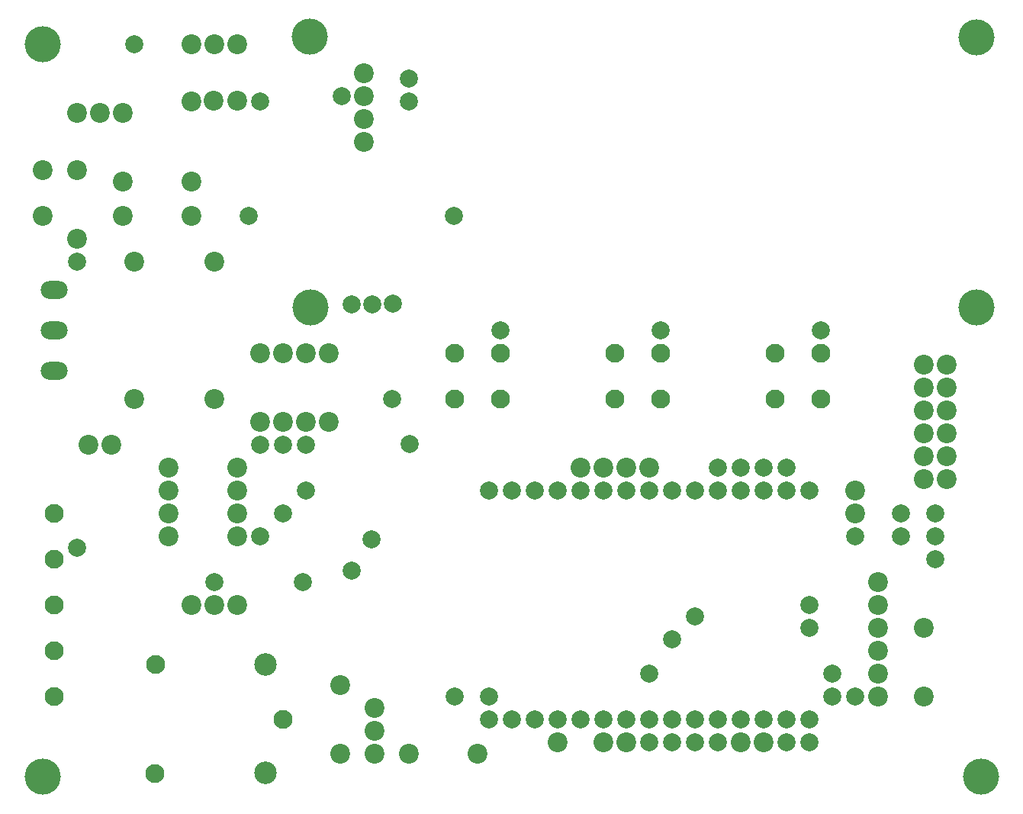
<source format=gbr>
%TF.GenerationSoftware,KiCad,Pcbnew,(5.1.6)-1*%
%TF.CreationDate,2022-01-20T13:49:41-05:00*%
%TF.ProjectId,bilgeAlarm,62696c67-6541-46c6-9172-6d2e6b696361,rev?*%
%TF.SameCoordinates,Original*%
%TF.FileFunction,Soldermask,Bot*%
%TF.FilePolarity,Negative*%
%FSLAX46Y46*%
G04 Gerber Fmt 4.6, Leading zero omitted, Abs format (unit mm)*
G04 Created by KiCad (PCBNEW (5.1.6)-1) date 2022-01-20 13:49:41*
%MOMM*%
%LPD*%
G01*
G04 APERTURE LIST*
%ADD10C,2.000000*%
%ADD11C,2.200000*%
%ADD12C,2.100000*%
%ADD13C,2.500000*%
%ADD14O,3.000000X2.000000*%
%ADD15C,4.000000*%
G04 APERTURE END LIST*
D10*
%TO.C,U1*%
X53340000Y35560000D03*
X55880000Y35560000D03*
X58420000Y35560000D03*
X60960000Y35560000D03*
X63500000Y35560000D03*
X66040000Y35560000D03*
X68580000Y35560000D03*
X71120000Y35560000D03*
X73660000Y35560000D03*
X76200000Y35560000D03*
X78740000Y35560000D03*
X81280000Y35560000D03*
X83820000Y35560000D03*
X86360000Y35560000D03*
X88900000Y35560000D03*
X88900000Y10160000D03*
X86360000Y10160000D03*
X83820000Y10160000D03*
X81280000Y10160000D03*
X78740000Y10160000D03*
X76200000Y10160000D03*
X73660000Y10160000D03*
X71120000Y10160000D03*
X68580000Y10160000D03*
X66040000Y10160000D03*
X63500000Y10160000D03*
X60960000Y10160000D03*
X58420000Y10160000D03*
X55880000Y10160000D03*
X53340000Y10160000D03*
%TD*%
D11*
%TO.C,J16*%
X20320000Y78740000D03*
%TD*%
%TO.C,C1*%
X8890000Y40640000D03*
X11430000Y40640000D03*
%TD*%
%TO.C,C2*%
X93980000Y33020000D03*
X93980000Y35560000D03*
%TD*%
D12*
%TO.C,J1*%
X5080000Y12700000D03*
%TD*%
%TO.C,J3*%
X5080000Y17780000D03*
%TD*%
%TO.C,J2*%
X5080000Y22860000D03*
%TD*%
%TO.C,J4*%
X5080000Y33020000D03*
%TD*%
%TO.C,J5*%
X5080000Y27940000D03*
%TD*%
D11*
%TO.C,J6*%
X25400000Y22860000D03*
%TD*%
%TO.C,J7*%
X22860000Y22860000D03*
%TD*%
%TO.C,J8*%
X20320000Y22860000D03*
%TD*%
%TO.C,J9*%
X39470000Y79340000D03*
%TD*%
%TO.C,J10*%
X39470000Y76800000D03*
%TD*%
%TO.C,J11*%
X39470000Y74260000D03*
%TD*%
%TO.C,J12*%
X39470000Y81890000D03*
%TD*%
%TO.C,J13*%
X3810000Y66040000D03*
%TD*%
%TO.C,J14*%
X3810000Y71120000D03*
%TD*%
D13*
%TO.C,K1*%
X28530000Y16210000D03*
D12*
X16330000Y16210000D03*
X16280000Y4160000D03*
D13*
X28530000Y4210000D03*
D12*
X30480000Y10160000D03*
%TD*%
D11*
%TO.C,M1*%
X22860000Y60960000D03*
X22860000Y45720000D03*
X13970000Y45720000D03*
X13970000Y60960000D03*
%TD*%
%TO.C,M2*%
X96520000Y25400000D03*
X96520000Y22860000D03*
X96520000Y20320000D03*
X96520000Y17780000D03*
X96520000Y15240000D03*
X96520000Y12700000D03*
%TD*%
%TO.C,R1*%
X101600000Y12700000D03*
X101600000Y20320000D03*
%TD*%
%TO.C,R3*%
X17780000Y30480000D03*
X25400000Y30480000D03*
%TD*%
%TO.C,R4*%
X25400000Y33020000D03*
X17780000Y33020000D03*
%TD*%
%TO.C,R5*%
X25400000Y35560000D03*
X17780000Y35560000D03*
%TD*%
%TO.C,R6*%
X25400000Y38100000D03*
X17780000Y38100000D03*
%TD*%
%TO.C,R8*%
X27940000Y50800000D03*
X27940000Y43180000D03*
%TD*%
%TO.C,R9*%
X30480000Y50800000D03*
X30480000Y43180000D03*
%TD*%
%TO.C,R10*%
X33020000Y50800000D03*
X33020000Y43180000D03*
%TD*%
%TO.C,R11*%
X35560000Y50800000D03*
X35560000Y43180000D03*
%TD*%
%TO.C,R13*%
X44450000Y6350000D03*
X52070000Y6350000D03*
%TD*%
D14*
%TO.C,SW1*%
X5080000Y53340000D03*
X5080000Y48840000D03*
X5080000Y57840000D03*
%TD*%
D12*
%TO.C,SW2*%
X49530000Y45720000D03*
X49530000Y50800000D03*
X54610000Y45720000D03*
X54610000Y50800000D03*
%TD*%
%TO.C,SW3*%
X72390000Y50800000D03*
X72390000Y45720000D03*
X67310000Y50800000D03*
X67310000Y45720000D03*
%TD*%
%TO.C,SW4*%
X85090000Y45720000D03*
X85090000Y50800000D03*
X90170000Y45720000D03*
X90170000Y50800000D03*
%TD*%
D11*
%TO.C,J15*%
X20320000Y85090000D03*
%TD*%
%TO.C,J17*%
X22860000Y85090000D03*
%TD*%
%TO.C,J18*%
X22770001Y78829999D03*
%TD*%
%TO.C,J19*%
X25400000Y85090000D03*
%TD*%
%TO.C,J20*%
X25400000Y78829999D03*
%TD*%
%TO.C,Q2*%
X40640000Y6350000D03*
X40640000Y8890000D03*
X40640000Y11430000D03*
%TD*%
%TO.C,D2*%
X36830000Y13970000D03*
X36830000Y6350000D03*
%TD*%
%TO.C,Q1*%
X12700000Y77470000D03*
X10160000Y77470000D03*
X7620000Y77470000D03*
%TD*%
%TO.C,R2*%
X20320000Y66040000D03*
X12700000Y66040000D03*
%TD*%
%TO.C,R7*%
X20320000Y69850000D03*
X12700000Y69850000D03*
%TD*%
%TO.C,D1*%
X7620000Y63500000D03*
X7620000Y71120000D03*
%TD*%
%TO.C,J21*%
X60960000Y7620000D03*
%TD*%
%TO.C,J22*%
X66040000Y7620000D03*
%TD*%
%TO.C,J23*%
X68580000Y7620000D03*
%TD*%
%TO.C,J24*%
X63500000Y38100000D03*
%TD*%
%TO.C,J25*%
X68580000Y38100000D03*
%TD*%
%TO.C,J26*%
X71120000Y38100000D03*
%TD*%
%TO.C,J27*%
X81280000Y7620000D03*
%TD*%
%TO.C,J28*%
X83820000Y7620000D03*
%TD*%
%TO.C,J29*%
X66040000Y38100000D03*
%TD*%
%TO.C,J30*%
X101600000Y49530000D03*
%TD*%
%TO.C,J31*%
X101600000Y46990000D03*
%TD*%
%TO.C,J32*%
X101600000Y44450000D03*
%TD*%
%TO.C,J33*%
X101600000Y41910000D03*
%TD*%
%TO.C,J34*%
X101600000Y39370000D03*
%TD*%
%TO.C,J35*%
X101600000Y36830000D03*
%TD*%
%TO.C,J36*%
X104140000Y49530000D03*
%TD*%
%TO.C,J37*%
X104140000Y46990000D03*
%TD*%
%TO.C,J38*%
X104140000Y44450000D03*
%TD*%
%TO.C,J39*%
X104140000Y41910000D03*
%TD*%
%TO.C,J40*%
X104140000Y39370000D03*
%TD*%
%TO.C,J41*%
X104140000Y36830000D03*
%TD*%
D15*
X107442000Y85852000D03*
X107950000Y3810000D03*
X33528000Y55880000D03*
X3810000Y3810000D03*
X107442000Y55880000D03*
X33500000Y85900000D03*
X3800000Y85100000D03*
D10*
X99060000Y30480000D03*
X102870000Y30480000D03*
X44450000Y81280000D03*
X13970000Y85090000D03*
X102870000Y27940000D03*
X7620000Y29210000D03*
X27940000Y78740000D03*
X37017400Y79340000D03*
X42700000Y56300000D03*
X42580000Y45720000D03*
X44570000Y40760000D03*
X44450000Y78740000D03*
X91440000Y12700000D03*
X53340000Y12700000D03*
X93980000Y12700000D03*
X93980000Y30480000D03*
X54610000Y53340000D03*
X72390000Y53340000D03*
X90170000Y53340000D03*
X102870000Y33020000D03*
X99060000Y33020000D03*
X49530000Y12700000D03*
X22860000Y25400000D03*
X32689800Y25374600D03*
X38100000Y26670000D03*
X38100000Y56200000D03*
X78740000Y7620000D03*
X40400000Y56200000D03*
X40300000Y30100000D03*
X86360000Y7620000D03*
X7620000Y60960000D03*
X88900000Y22860000D03*
X76200000Y21590000D03*
X76200000Y7620000D03*
X88900000Y20320000D03*
X73660000Y19050000D03*
X73660000Y7620000D03*
X88900000Y7620000D03*
X91440000Y15240000D03*
X71120000Y15240000D03*
X71120000Y7620000D03*
X27940000Y30480000D03*
X27940000Y40640000D03*
X27940000Y40640000D03*
X86360000Y38100000D03*
X30480000Y40640000D03*
X30480000Y33020000D03*
X83820000Y38100000D03*
X33020000Y35560000D03*
X33020000Y40640000D03*
X81280000Y38100000D03*
X78740000Y38100000D03*
X26670000Y66040000D03*
X49500000Y66040000D03*
M02*

</source>
